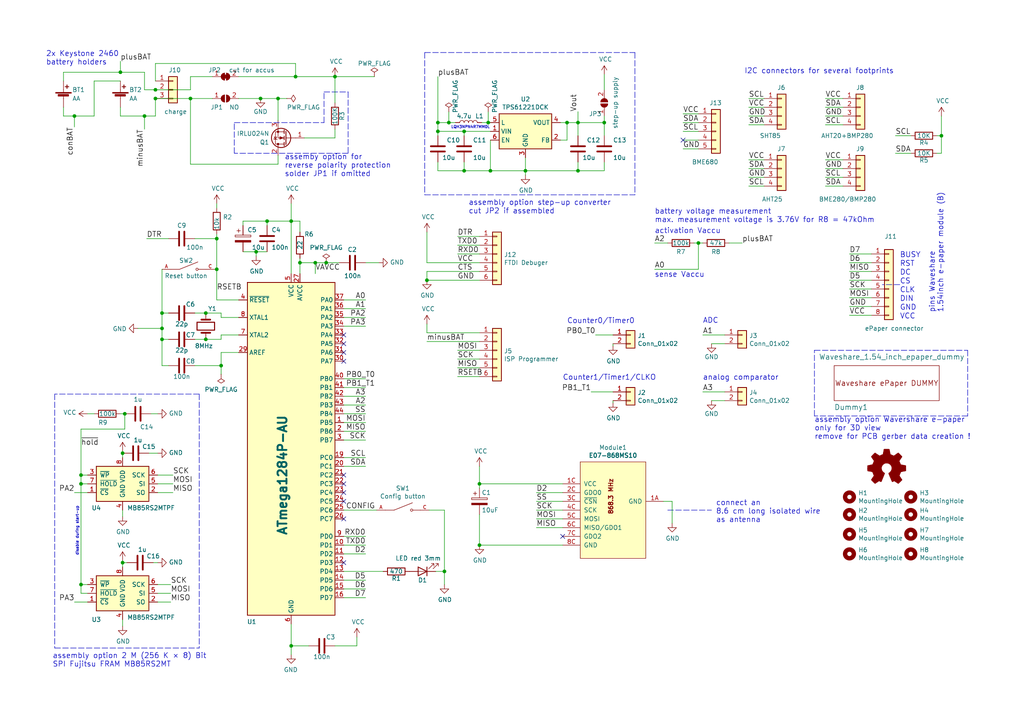
<source format=kicad_sch>
(kicad_sch (version 20211123) (generator eeschema)
  (paper "A4")
  (title_block (title "HB-UNI-SEN-BATT_ATMega1284P_FUEL4EP") (date "2023-07-16") (rev "1.2") (company "FUEL4EP") (comment 1 "Creative Commons License, non-commercial") (comment 2 "connector for Waveshare e-paper module (B) 1.54inch (J11)") (comment 3 "ATMega1284P (TQFP)  and eByte E07-868MS10 transceiver module and 2x2Mbit FRAM") (comment 4 "fork of Alexander Reinert's HB-UNI-SEN-BATT: major changes:"))
  (junction (at 164.465 35.56))
  (junction (at 23.495 140.335))
  (junction (at 86.995 76.2))
  (junction (at 80.645 28.575))
  (junction (at 77.47 64.135))
  (junction (at 142.24 49.53))
  (junction (at 128.905 165.735))
  (junction (at 84.455 64.135))
  (junction (at 34.925 20.955))
  (junction (at 91.44 76.2))
  (junction (at 35.56 163.195))
  (junction (at 139.065 140.335))
  (junction (at 46.99 98.425))
  (junction (at 59.69 90.805))
  (junction (at 23.495 169.545))
  (junction (at 59.69 98.425))
  (junction (at 202.565 70.485))
  (junction (at 62.865 69.215))
  (junction (at 139.065 158.115))
  (junction (at 127 38.1))
  (junction (at 94.615 76.2))
  (junction (at 62.865 78.105))
  (junction (at 74.295 73.025))
  (junction (at 85.725 22.225))
  (junction (at 175.26 35.56))
  (junction (at 41.91 33.655))
  (junction (at 46.99 95.25))
  (junction (at 45.085 26.035))
  (junction (at 64.135 106.045))
  (junction (at 45.085 28.575))
  (junction (at 97.155 22.225))
  (junction (at 36.195 120.015))
  (junction (at 21.59 33.655))
  (junction (at 134.62 49.53))
  (junction (at 84.455 187.325))
  (junction (at 134.62 38.1))
  (junction (at 130.175 35.56))
  (junction (at 127 35.56))
  (junction (at 55.245 28.575))
  (junction (at 46.99 90.805))
  (junction (at 152.4 49.53))
  (junction (at 35.56 131.445))
  (junction (at 273.05 39.37))
  (junction (at 23.495 137.795))
  (junction (at 167.64 49.53))
  (junction (at 141.605 35.56))
  (junction (at 75.565 28.575))
  (junction (at 123.825 81.28))
  (junction (at 167.64 35.56))
  (no_connect (at 99.695 137.795))
  (no_connect (at 99.695 150.495))
  (no_connect (at 99.695 104.775))
  (no_connect (at 99.695 163.195))
  (no_connect (at 163.195 155.575))
  (no_connect (at 99.695 145.415))
  (no_connect (at 198.12 40.64))
  (no_connect (at 99.695 97.155))
  (no_connect (at 99.695 140.335))
  (no_connect (at 99.695 142.875))
  (no_connect (at 99.695 102.235))
  (no_connect (at 99.695 99.695))
  (wire (pts (xy 25.4 142.875) (xy 21.59 142.875)))
  (wire (pts (xy 163.195 153.035) (xy 155.575 153.035)))
  (wire (pts (xy 123.825 99.06) (xy 139.065 99.06)))
  (wire (pts (xy 40.005 95.25) (xy 46.99 95.25)))
  (wire (pts (xy 69.215 28.575) (xy 75.565 28.575)))
  (wire (pts (xy 244.475 31.115) (xy 239.395 31.115)))
  (wire (pts (xy 35.56 147.955) (xy 35.56 149.86)))
  (wire (pts (xy 64.135 108.585) (xy 64.135 106.045)))
  (polyline (pts (xy 193.675 147.955) (xy 206.375 147.955)))
  (wire (pts (xy 139.065 106.68) (xy 132.715 106.68)))
  (wire (pts (xy 84.455 180.975) (xy 84.455 187.325)))
  (wire (pts (xy 45.085 28.575) (xy 45.085 33.655)))
  (wire (pts (xy 18.415 31.115) (xy 18.415 33.655)))
  (wire (pts (xy 62.865 59.055) (xy 62.865 60.325)))
  (wire (pts (xy 97.155 29.845) (xy 97.155 22.225)))
  (wire (pts (xy 80.645 45.085) (xy 80.645 47.625)))
  (wire (pts (xy 99.695 109.855) (xy 106.045 109.855)))
  (wire (pts (xy 134.62 38.1) (xy 134.62 39.37)))
  (wire (pts (xy 34.925 33.655) (xy 41.91 33.655)))
  (polyline (pts (xy 123.19 15.24) (xy 184.15 15.24)))
  (wire (pts (xy 64.135 92.075) (xy 69.215 92.075)))
  (polyline (pts (xy 260.985 82.55) (xy 255.905 82.55)))
  (wire (pts (xy 163.195 150.495) (xy 155.575 150.495)))
  (wire (pts (xy 139.065 68.58) (xy 132.715 68.58)))
  (wire (pts (xy 77.47 64.135) (xy 84.455 64.135)))
  (wire (pts (xy 86.995 74.93) (xy 86.995 76.2)))
  (wire (pts (xy 23.495 137.795) (xy 23.495 140.335)))
  (wire (pts (xy 74.295 73.025) (xy 77.47 73.025)))
  (wire (pts (xy 69.215 22.225) (xy 85.725 22.225)))
  (wire (pts (xy 139.065 96.52) (xy 123.825 96.52)))
  (wire (pts (xy 175.26 33.655) (xy 175.26 35.56)))
  (wire (pts (xy 264.16 44.45) (xy 259.715 44.45)))
  (wire (pts (xy 99.695 125.095) (xy 106.045 125.095)))
  (wire (pts (xy 123.825 76.2) (xy 123.825 67.31)))
  (wire (pts (xy 62.23 78.105) (xy 62.865 78.105)))
  (wire (pts (xy 167.64 32.385) (xy 167.64 35.56)))
  (wire (pts (xy 62.865 69.215) (xy 62.865 78.105)))
  (wire (pts (xy 84.455 59.055) (xy 84.455 64.135)))
  (wire (pts (xy 99.695 120.015) (xy 106.045 120.015)))
  (wire (pts (xy 244.475 53.975) (xy 239.395 53.975)))
  (wire (pts (xy 164.465 40.64) (xy 164.465 35.56)))
  (wire (pts (xy 123.825 96.52) (xy 123.825 93.98)))
  (wire (pts (xy 202.565 70.485) (xy 202.565 78.105)))
  (wire (pts (xy 59.69 98.425) (xy 56.515 98.425)))
  (wire (pts (xy 167.64 49.53) (xy 175.26 49.53)))
  (wire (pts (xy 45.72 174.625) (xy 49.53 174.625)))
  (wire (pts (xy 34.925 31.115) (xy 34.925 33.655)))
  (wire (pts (xy 167.64 35.56) (xy 164.465 35.56)))
  (wire (pts (xy 21.59 33.655) (xy 27.305 33.655)))
  (wire (pts (xy 45.72 142.875) (xy 50.165 142.875)))
  (wire (pts (xy 99.695 132.715) (xy 106.045 132.715)))
  (wire (pts (xy 134.62 38.1) (xy 127 38.1)))
  (wire (pts (xy 25.4 174.625) (xy 21.59 174.625)))
  (wire (pts (xy 23.495 124.46) (xy 23.495 137.795)))
  (polyline (pts (xy 100.965 44.45) (xy 67.945 44.45)))
  (wire (pts (xy 175.26 49.53) (xy 175.26 46.99)))
  (wire (pts (xy 177.8 116.84) (xy 177.8 116.205)))
  (wire (pts (xy 35.56 132.715) (xy 35.56 131.445)))
  (wire (pts (xy 134.62 49.53) (xy 142.24 49.53)))
  (wire (pts (xy 177.8 113.665) (xy 171.45 113.665)))
  (wire (pts (xy 163.195 145.415) (xy 155.575 145.415)))
  (wire (pts (xy 167.64 35.56) (xy 175.26 35.56)))
  (wire (pts (xy 35.56 131.445) (xy 35.56 130.81)))
  (wire (pts (xy 74.295 73.025) (xy 74.295 74.295)))
  (wire (pts (xy 252.73 76.2) (xy 246.38 76.2)))
  (wire (pts (xy 167.64 49.53) (xy 167.64 46.99)))
  (wire (pts (xy 18.415 33.655) (xy 21.59 33.655)))
  (wire (pts (xy 221.615 53.975) (xy 217.17 53.975)))
  (wire (pts (xy 152.4 49.53) (xy 152.4 50.8)))
  (wire (pts (xy 127 38.1) (xy 127 39.37)))
  (wire (pts (xy 163.195 142.875) (xy 155.575 142.875)))
  (wire (pts (xy 177.8 100.33) (xy 177.8 99.695)))
  (wire (pts (xy 56.515 106.045) (xy 64.135 106.045)))
  (polyline (pts (xy 100.965 26.67) (xy 100.965 44.45)))
  (wire (pts (xy 84.455 64.135) (xy 86.995 64.135)))
  (wire (pts (xy 123.825 78.74) (xy 123.825 81.28)))
  (wire (pts (xy 206.375 99.695) (xy 210.185 99.695)))
  (wire (pts (xy 64.135 98.425) (xy 59.69 98.425)))
  (wire (pts (xy 139.065 158.115) (xy 139.065 149.225)))
  (wire (pts (xy 62.865 67.945) (xy 62.865 69.215)))
  (wire (pts (xy 21.59 36.83) (xy 21.59 33.655)))
  (wire (pts (xy 141.605 35.56) (xy 139.7 35.56)))
  (wire (pts (xy 77.47 64.135) (xy 77.47 65.405)))
  (wire (pts (xy 25.4 140.335) (xy 23.495 140.335)))
  (wire (pts (xy 127 49.53) (xy 127 46.99)))
  (wire (pts (xy 46.99 78.105) (xy 46.99 90.805)))
  (wire (pts (xy 84.455 187.325) (xy 84.455 189.865)))
  (wire (pts (xy 84.455 64.135) (xy 84.455 79.375)))
  (wire (pts (xy 134.62 46.99) (xy 134.62 49.53)))
  (wire (pts (xy 27.305 23.495) (xy 27.305 33.655)))
  (wire (pts (xy 206.375 116.205) (xy 210.185 116.205)))
  (wire (pts (xy 86.995 64.135) (xy 86.995 67.31)))
  (wire (pts (xy 221.615 46.355) (xy 217.17 46.355)))
  (wire (pts (xy 46.99 95.25) (xy 46.99 98.425)))
  (wire (pts (xy 64.135 106.045) (xy 64.135 102.235)))
  (wire (pts (xy 244.475 46.355) (xy 239.395 46.355)))
  (wire (pts (xy 23.495 140.335) (xy 23.495 169.545)))
  (wire (pts (xy 45.085 18.415) (xy 85.725 18.415)))
  (wire (pts (xy 48.895 98.425) (xy 46.99 98.425)))
  (wire (pts (xy 97.155 40.005) (xy 88.265 40.005)))
  (wire (pts (xy 85.725 18.415) (xy 85.725 22.225)))
  (wire (pts (xy 244.475 51.435) (xy 239.395 51.435)))
  (wire (pts (xy 45.085 23.495) (xy 45.085 18.415)))
  (wire (pts (xy 18.415 23.495) (xy 18.415 20.955)))
  (wire (pts (xy 244.475 36.195) (xy 239.395 36.195)))
  (wire (pts (xy 99.695 158.115) (xy 106.045 158.115)))
  (polyline (pts (xy 67.945 44.45) (xy 67.945 35.56)))
  (wire (pts (xy 175.26 26.035) (xy 175.26 21.59)))
  (wire (pts (xy 141.605 35.56) (xy 141.605 32.385)))
  (wire (pts (xy 41.91 33.655) (xy 41.91 37.465)))
  (wire (pts (xy 252.73 78.74) (xy 246.38 78.74)))
  (wire (pts (xy 152.4 45.72) (xy 152.4 49.53)))
  (wire (pts (xy 35.56 179.705) (xy 35.56 181.61)))
  (wire (pts (xy 55.245 28.575) (xy 61.595 28.575)))
  (wire (pts (xy 221.615 33.655) (xy 217.17 33.655)))
  (wire (pts (xy 111.125 165.735) (xy 99.695 165.735)))
  (wire (pts (xy 134.62 49.53) (xy 127 49.53)))
  (wire (pts (xy 55.245 28.575) (xy 45.085 28.575)))
  (wire (pts (xy 56.515 69.215) (xy 62.865 69.215)))
  (wire (pts (xy 45.72 169.545) (xy 49.53 169.545)))
  (polyline (pts (xy 236.22 120.65) (xy 236.22 101.6)))
  (wire (pts (xy 35.56 163.195) (xy 35.56 164.465)))
  (wire (pts (xy 127 35.56) (xy 127 38.1)))
  (wire (pts (xy 98.425 76.2) (xy 94.615 76.2)))
  (polyline (pts (xy 236.22 101.6) (xy 280.67 101.6)))
  (wire (pts (xy 273.05 39.37) (xy 273.05 44.45)))
  (wire (pts (xy 139.065 101.6) (xy 132.715 101.6)))
  (wire (pts (xy 201.295 70.485) (xy 202.565 70.485)))
  (wire (pts (xy 126.365 165.735) (xy 128.905 165.735)))
  (wire (pts (xy 221.615 31.115) (xy 217.17 31.115)))
  (wire (pts (xy 221.615 48.895) (xy 217.17 48.895)))
  (wire (pts (xy 62.865 86.995) (xy 69.215 86.995)))
  (wire (pts (xy 202.565 35.56) (xy 198.12 35.56)))
  (wire (pts (xy 99.695 92.075) (xy 106.045 92.075)))
  (wire (pts (xy 99.695 114.935) (xy 106.045 114.935)))
  (wire (pts (xy 99.695 155.575) (xy 106.045 155.575)))
  (polyline (pts (xy 93.98 35.56) (xy 93.98 26.67)))
  (wire (pts (xy 36.195 124.46) (xy 23.495 124.46)))
  (polyline (pts (xy 15.875 114.3) (xy 15.875 187.96)))
  (wire (pts (xy 46.99 98.425) (xy 46.99 106.045)))
  (polyline (pts (xy 57.785 114.3) (xy 15.875 114.3)))
  (wire (pts (xy 99.695 127.635) (xy 106.045 127.635)))
  (wire (pts (xy 124.46 147.955) (xy 128.905 147.955)))
  (wire (pts (xy 45.72 137.795) (xy 50.165 137.795)))
  (wire (pts (xy 177.8 97.155) (xy 172.72 97.155)))
  (wire (pts (xy 70.485 64.135) (xy 70.485 65.405)))
  (wire (pts (xy 192.405 145.415) (xy 194.945 145.415)))
  (wire (pts (xy 25.4 120.015) (xy 27.305 120.015)))
  (wire (pts (xy 139.065 140.335) (xy 163.195 140.335)))
  (wire (pts (xy 48.895 69.215) (xy 42.545 69.215)))
  (wire (pts (xy 45.085 26.035) (xy 55.245 26.035)))
  (wire (pts (xy 34.925 20.955) (xy 41.91 20.955)))
  (wire (pts (xy 34.925 17.78) (xy 34.925 20.955)))
  (polyline (pts (xy 15.875 187.96) (xy 57.785 187.96)))
  (wire (pts (xy 203.835 113.665) (xy 210.185 113.665)))
  (polyline (pts (xy 184.15 15.24) (xy 184.15 56.515)))
  (wire (pts (xy 55.245 28.575) (xy 55.245 47.625)))
  (wire (pts (xy 23.495 169.545) (xy 23.495 172.085)))
  (wire (pts (xy 139.065 104.14) (xy 132.715 104.14)))
  (wire (pts (xy 59.69 90.805) (xy 56.515 90.805)))
  (wire (pts (xy 109.22 147.955) (xy 99.695 147.955)))
  (wire (pts (xy 139.065 71.12) (xy 132.715 71.12)))
  (wire (pts (xy 55.245 26.035) (xy 55.245 22.225)))
  (wire (pts (xy 103.505 187.325) (xy 103.505 184.785)))
  (wire (pts (xy 106.045 76.2) (xy 109.855 76.2)))
  (wire (pts (xy 142.24 40.64) (xy 142.24 49.53)))
  (wire (pts (xy 55.245 47.625) (xy 80.645 47.625)))
  (wire (pts (xy 77.47 64.135) (xy 70.485 64.135)))
  (wire (pts (xy 27.305 23.495) (xy 34.925 23.495)))
  (wire (pts (xy 99.695 94.615) (xy 106.045 94.615)))
  (wire (pts (xy 80.645 34.925) (xy 80.645 28.575)))
  (wire (pts (xy 130.175 35.56) (xy 127 35.56)))
  (wire (pts (xy 85.725 22.225) (xy 97.155 22.225)))
  (wire (pts (xy 99.695 86.995) (xy 106.045 86.995)))
  (polyline (pts (xy 123.19 56.515) (xy 184.15 56.515)))
  (polyline (pts (xy 123.19 15.24) (xy 123.19 56.515)))
  (polyline (pts (xy 67.945 35.56) (xy 93.98 35.56)))
  (wire (pts (xy 61.595 22.225) (xy 55.245 22.225)))
  (wire (pts (xy 244.475 48.895) (xy 239.395 48.895)))
  (wire (pts (xy 64.135 102.235) (xy 69.215 102.235)))
  (wire (pts (xy 18.415 20.955) (xy 34.925 20.955)))
  (wire (pts (xy 132.08 35.56) (xy 130.175 35.56)))
  (wire (pts (xy 211.455 70.485) (xy 215.265 70.485)))
  (wire (pts (xy 99.695 168.275) (xy 106.045 168.275)))
  (wire (pts (xy 221.615 36.195) (xy 217.17 36.195)))
  (wire (pts (xy 94.615 76.2) (xy 91.44 76.2)))
  (wire (pts (xy 97.155 37.465) (xy 97.155 40.005)))
  (wire (pts (xy 252.73 86.36) (xy 246.38 86.36)))
  (wire (pts (xy 91.44 76.2) (xy 86.995 76.2)))
  (wire (pts (xy 25.4 137.795) (xy 23.495 137.795)))
  (wire (pts (xy 221.615 51.435) (xy 217.17 51.435)))
  (wire (pts (xy 99.695 170.815) (xy 106.045 170.815)))
  (wire (pts (xy 99.695 160.655) (xy 106.045 160.655)))
  (wire (pts (xy 139.065 140.335) (xy 139.065 141.605)))
  (wire (pts (xy 36.195 120.015) (xy 36.195 124.46)))
  (wire (pts (xy 162.56 40.64) (xy 164.465 40.64)))
  (wire (pts (xy 64.135 97.155) (xy 64.135 98.425)))
  (wire (pts (xy 127 22.225) (xy 127 35.56)))
  (wire (pts (xy 163.195 147.955) (xy 155.575 147.955)))
  (wire (pts (xy 175.26 35.56) (xy 175.26 39.37)))
  (wire (pts (xy 41.91 33.655) (xy 45.085 33.655)))
  (wire (pts (xy 244.475 33.655) (xy 239.395 33.655)))
  (wire (pts (xy 273.05 44.45) (xy 271.78 44.45)))
  (wire (pts (xy 252.73 81.28) (xy 246.38 81.28)))
  (wire (pts (xy 202.565 70.485) (xy 203.835 70.485)))
  (wire (pts (xy 99.695 117.475) (xy 106.045 117.475)))
  (wire (pts (xy 202.565 43.18) (xy 198.12 43.18)))
  (wire (pts (xy 36.83 163.195) (xy 35.56 163.195)))
  (wire (pts (xy 41.91 26.035) (xy 41.91 20.955)))
  (wire (pts (xy 91.44 79.375) (xy 91.44 76.2)))
  (wire (pts (xy 99.695 135.255) (xy 106.045 135.255)))
  (wire (pts (xy 108.585 22.225) (xy 97.155 22.225)))
  (wire (pts (xy 23.495 172.085) (xy 25.4 172.085)))
  (wire (pts (xy 271.78 39.37) (xy 273.05 39.37)))
  (wire (pts (xy 45.72 140.335) (xy 50.165 140.335)))
  (wire (pts (xy 123.825 78.74) (xy 139.065 78.74)))
  (wire (pts (xy 130.175 35.56) (xy 130.175 32.385)))
  (wire (pts (xy 202.565 40.64) (xy 198.12 40.64)))
  (wire (pts (xy 163.195 158.115) (xy 139.065 158.115)))
  (wire (pts (xy 264.16 39.37) (xy 259.715 39.37)))
  (wire (pts (xy 252.73 91.44) (xy 246.38 91.44)))
  (wire (pts (xy 70.485 73.025) (xy 74.295 73.025)))
  (wire (pts (xy 167.64 35.56) (xy 167.64 39.37)))
  (wire (pts (xy 75.565 28.575) (xy 80.645 28.575)))
  (wire (pts (xy 86.995 76.2) (xy 86.995 79.375)))
  (wire (pts (xy 46.99 90.805) (xy 46.99 95.25)))
  (wire (pts (xy 202.565 38.1) (xy 198.12 38.1)))
  (wire (pts (xy 221.615 28.575) (xy 217.17 28.575)))
  (wire (pts (xy 48.895 90.805) (xy 46.99 90.805)))
  (wire (pts (xy 62.865 78.105) (xy 62.865 86.995)))
  (wire (pts (xy 202.565 78.105) (xy 189.865 78.105)))
  (wire (pts (xy 25.4 169.545) (xy 23.495 169.545)))
  (wire (pts (xy 44.45 163.195) (xy 45.72 163.195)))
  (polyline (pts (xy 280.67 101.6) (xy 280.67 120.65)))
  (wire (pts (xy 45.085 26.035) (xy 41.91 26.035)))
  (polyline (pts (xy 93.98 26.67) (xy 100.965 26.67)))
  (wire (pts (xy 252.73 88.9) (xy 246.38 88.9)))
  (wire (pts (xy 123.825 76.2) (xy 139.065 76.2)))
  (wire (pts (xy 123.825 81.28) (xy 139.065 81.28)))
  (wire (pts (xy 142.24 35.56) (xy 141.605 35.56)))
  (wire (pts (xy 252.73 73.66) (xy 246.38 73.66)))
  (wire (pts (xy 252.73 83.82) (xy 246.38 83.82)))
  (wire (pts (xy 202.565 33.02) (xy 198.12 33.02)))
  (wire (pts (xy 97.155 187.325) (xy 103.505 187.325)))
  (wire (pts (xy 193.675 70.485) (xy 189.865 70.485)))
  (wire (pts (xy 45.72 172.085) (xy 49.53 172.085)))
  (wire (pts (xy 142.24 38.1) (xy 134.62 38.1)))
  (wire (pts (xy 64.135 92.075) (xy 64.135 90.805)))
  (wire (pts (xy 273.05 33.655) (xy 273.05 39.37)))
  (wire (pts (xy 128.905 147.955) (xy 128.905 165.735)))
  (wire (pts (xy 152.4 49.53) (xy 167.64 49.53)))
  (wire (pts (xy 46.99 106.045) (xy 48.895 106.045)))
  (wire (pts (xy 99.695 173.355) (xy 106.045 173.355)))
  (wire (pts (xy 164.465 35.56) (xy 162.56 35.56)))
  (wire (pts (xy 194.945 145.415) (xy 194.945 151.765)))
  (wire (pts (xy 69.215 97.155) (xy 64.135 97.155)))
  (polyline (pts (xy 57.785 114.3) (xy 57.785 187.96)))
  (wire (pts (xy 210.185 97.155) (xy 203.835 97.155)))
  (wire (pts (xy 99.695 122.555) (xy 106.045 122.555)))
  (wire (pts (xy 142.24 49.53) (xy 152.4 49.53)))
  (wire (pts (xy 45.72 131.445) (xy 43.18 131.445)))
  (wire (pts (xy 139.065 109.22) (xy 132.715 109.22)))
  (polyline (pts (xy 280.67 120.65) (xy 236.22 120.65)))
  (wire (pts (xy 64.135 90.805) (xy 59.69 90.805)))
  (wire (pts (xy 139.065 73.66) (xy 132.715 73.66)))
  (wire (pts (xy 99.695 89.535) (xy 106.045 89.535)))
  (wire (pts (xy 34.925 120.015) (xy 36.195 120.015)))
  (wire (pts (xy 128.905 165.735) (xy 128.905 169.545)))
  (wire (pts (xy 80.645 28.575) (xy 83.185 28.575)))
  (wire (pts (xy 89.535 187.325) (xy 84.455 187.325)))
  (wire (pts (xy 35.56 162.56) (xy 35.56 163.195)))
  (wire (pts (xy 43.815 120.015) (xy 45.72 120.015)))
  (wire (pts (xy 244.475 28.575) (xy 239.395 28.575)))
  (wire (pts (xy 99.695 112.395) (xy 106.045 112.395)))
  (wire (pts (xy 139.065 135.255) (xy 139.065 140.335)))
  (text "assembly option Wavershare e-paper\nonly for 3D view\nremove for PCB gerber data creation !" (at 236.22 127.635 0) (effects (font (size 1.524 1.524)) (justify left bottom)))
  (text "pins Waveshare\n1.54inch e-paper module (B)" (at 273.685 90.805 90) (effects (font (size 1.524 1.524)) (justify left bottom)))
  (text "DC" (at 260.985 80.01 0) (effects (font (size 1.524 1.524)) (justify left bottom)))
  (text "activation Vaccu" (at 189.865 67.945 0) (effects (font (size 1.524 1.524)) (justify left bottom)))
  (text "ADC" (at 203.835 93.98 0) (effects (font (size 1.524 1.524)) (justify left bottom)))
  (text "assembly option step-up converter\ncut JP2 if assembled" (at 135.89 62.23 0) (effects (font (size 1.524 1.524)) (justify left bottom)))
  (text "RST" (at 260.985 77.47 0) (effects (font (size 1.524 1.524)) (justify left bottom)))
  (text "disable during start-up" (at 22.86 161.29 90) (effects (font (size 0.7874 0.7874)) (justify left bottom)))
  (text "Counter1/Timer1/CLKO\n" (at 163.195 110.49 0) (effects (font (size 1.524 1.524)) (justify left bottom)))
  (text "I2C connectors for several footprints\n" (at 215.9 21.59 0) (effects (font (size 1.524 1.524)) (justify left bottom)))
  (text "2x Keystone 2460\nbattery holders" (at 13.335 19.05 0) (effects (font (size 1.524 1.524)) (justify left bottom)))
  (text "CLK" (at 260.985 85.09 0) (effects (font (size 1.524 1.524)) (justify left bottom)))
  (text "connect an\n8.6 cm long isolated wire\nas antenna" (at 207.645 151.765 0) (effects (font (size 1.524 1.524)) (justify left bottom)))
  (text "DIN" (at 260.985 87.63 0) (effects (font (size 1.524 1.524)) (justify left bottom)))
  (text "battery voltage measurement\nmax. measurement voltage is 3.76V for R8 = 47kOhm" (at 189.865 64.77 0) (effects (font (size 1.524 1.524)) (justify left bottom)))
  (text "Counter0/Timer0\n\n" (at 164.465 96.52 0) (effects (font (size 1.524 1.524)) (justify left bottom)))
  (text "assemby option for\nreverse polarity protection\nsolder JP1 if omitted" (at 82.55 51.435 0) (effects (font (size 1.524 1.524)) (justify left bottom)))
  (text "sense Vaccu" (at 189.865 80.645 0) (effects (font (size 1.524 1.524)) (justify left bottom)))
  (text "BUSY" (at 260.985 74.93 0) (effects (font (size 1.524 1.524)) (justify left bottom)))
  (text "CS\n" (at 260.985 82.55 0) (effects (font (size 1.524 1.524)) (justify left bottom)))
  (text "assembly option 2 M (256 K × 8) Bit\nSPI Fujitsu FRAM MB85RS2MT" (at 15.24 193.675 0) (effects (font (size 1.524 1.524)) (justify left bottom)))
  (text "analog comparator" (at 203.835 110.49 0) (effects (font (size 1.524 1.524)) (justify left bottom)))
  (text "LQH3NPN4R7MM0L" (at 130.81 37.465 0) (effects (font (size 0.8 0.8)) (justify left bottom)))
  (text "VCC" (at 260.985 92.71 0) (effects (font (size 1.524 1.524)) (justify left bottom)))
  (text "GND" (at 260.985 90.17 0) (effects (font (size 1.524 1.524)) (justify left bottom)))
  (label "A3" (at 106.045 114.935 180) (effects (font (size 1.524 1.524))))
  (label "A0" (at 106.045 86.995 180) (effects (font (size 1.524 1.524))))
  (label "VCC" (at 239.395 28.575 0) (effects (font (size 1.524 1.524))))
  (label "PB1_T1" (at 171.45 113.665 180) (effects (font (size 1.524 1.524))))
  (label "PA3" (at 106.045 94.615 180) (effects (font (size 1.524 1.524))))
  (label "MOSI" (at 132.715 101.6 0) (effects (font (size 1.524 1.524))))
  (label "RXD0" (at 106.045 155.575 180) (effects (font (size 1.524 1.524))))
  (label "VCC" (at 217.17 46.355 0) (effects (font (size 1.524 1.524))))
  (label "D6" (at 246.38 76.2 0) (effects (font (size 1.524 1.524))))
  (label "GND" (at 217.17 51.435 0) (effects (font (size 1.524 1.524))))
  (label "PA3" (at 21.59 174.625 180) (effects (font (size 1.524 1.524))))
  (label "GND" (at 246.38 88.9 0) (effects (font (size 1.524 1.524))))
  (label "A0" (at 189.865 78.105 0) (effects (font (size 1.524 1.524))))
  (label "SCK" (at 106.045 127.635 180) (effects (font (size 1.524 1.524))))
  (label "VCC" (at 217.17 31.115 0) (effects (font (size 1.524 1.524))))
  (label "CONFIG" (at 100.33 147.955 0) (effects (font (size 1.524 1.524))))
  (label "MOSI" (at 106.045 122.555 180) (effects (font (size 1.524 1.524))))
  (label "GND" (at 239.395 33.655 0) (effects (font (size 1.524 1.524))))
  (label "SDA" (at 239.395 53.975 0) (effects (font (size 1.524 1.524))))
  (label "VCC" (at 246.38 91.44 0) (effects (font (size 1.524 1.524))))
  (label "MOSI" (at 50.165 140.335 0) (effects (font (size 1.524 1.524))))
  (label "DTR" (at 132.715 68.58 0) (effects (font (size 1.524 1.524))))
  (label "GND" (at 132.715 81.28 0) (effects (font (size 1.524 1.524))))
  (label "GND" (at 239.395 48.895 0) (effects (font (size 1.524 1.524))))
  (label "MOSI" (at 246.38 86.36 0) (effects (font (size 1.524 1.524))))
  (label "MISO" (at 132.715 106.68 0) (effects (font (size 1.524 1.524))))
  (label "D2" (at 155.575 142.875 0) (effects (font (size 1.524 1.524))))
  (label "SCK" (at 155.575 147.955 0) (effects (font (size 1.524 1.524))))
  (label "plusBAT" (at 215.265 70.485 0) (effects (font (size 1.524 1.524))))
  (label "MISO" (at 50.165 142.875 0) (effects (font (size 1.524 1.524))))
  (label "VCC" (at 132.715 76.2 0) (effects (font (size 1.524 1.524))))
  (label "PB0_T0" (at 100.33 109.855 0) (effects (font (size 1.524 1.524))))
  (label "plusBAT" (at 127 22.225 0) (effects (font (size 1.524 1.524))))
  (label "Vout" (at 167.64 32.385 90) (effects (font (size 1.524 1.524))))
  (label "SDA" (at 239.395 31.115 0) (effects (font (size 1.524 1.524))))
  (label "minusBAT" (at 123.825 99.06 0) (effects (font (size 1.524 1.524))))
  (label "SCL" (at 217.17 28.575 0) (effects (font (size 1.524 1.524))))
  (label "minusBAT" (at 41.91 37.465 270) (effects (font (size 1.524 1.524))))
  (label "D2" (at 106.045 160.655 180) (effects (font (size 1.524 1.524))))
  (label "~{hold}" (at 23.495 129.54 0) (effects (font (size 1.524 1.524))))
  (label "TXD0" (at 132.715 71.12 0) (effects (font (size 1.524 1.524))))
  (label "conBAT" (at 21.59 36.83 270) (effects (font (size 1.524 1.524))))
  (label "RXD0" (at 132.715 73.66 0) (effects (font (size 1.524 1.524))))
  (label "SCL" (at 239.395 51.435 0) (effects (font (size 1.524 1.524))))
  (label "VCC" (at 239.395 46.355 0) (effects (font (size 1.524 1.524))))
  (label "A1" (at 106.045 89.535 180) (effects (font (size 1.524 1.524))))
  (label "D6" (at 106.045 170.815 180) (effects (font (size 1.524 1.524))))
  (label "RSETB" (at 62.865 84.455 0) (effects (font (size 1.524 1.524))))
  (label "MISO" (at 49.53 174.625 0) (effects (font (size 1.524 1.524))))
  (label "D5" (at 106.045 168.275 180) (effects (font (size 1.524 1.524))))
  (label "A1" (at 203.835 97.155 0) (effects (font (size 1.524 1.524))))
  (label "MISO" (at 155.575 153.035 0) (effects (font (size 1.524 1.524))))
  (label "SCK" (at 49.53 169.545 0) (effects (font (size 1.524 1.524))))
  (label "SDA" (at 106.045 135.255 180) (effects (font (size 1.524 1.524))))
  (label "SCK" (at 50.165 137.795 0) (effects (font (size 1.524 1.524))))
  (label "plusBAT" (at 34.925 17.78 0) (effects (font (size 1.524 1.524))))
  (label "VCC" (at 198.12 33.02 0) (effects (font (size 1.524 1.524))))
  (label "SCL" (at 217.17 53.975 0) (effects (font (size 1.524 1.524))))
  (label "A3" (at 203.835 113.665 0) (effects (font (size 1.524 1.524))))
  (label "MOSI" (at 49.53 172.085 0) (effects (font (size 1.524 1.524))))
  (label "PA2" (at 21.59 142.875 180) (effects (font (size 1.524 1.524))))
  (label "SS" (at 155.575 145.415 0) (effects (font (size 1.524 1.524))))
  (label "MOSI" (at 155.575 150.495 0) (effects (font (size 1.524 1.524))))
  (label "SCL" (at 106.045 132.715 180) (effects (font (size 1.524 1.524))))
  (label "SCL" (at 198.12 38.1 0) (effects (font (size 1.524 1.524))))
  (label "A2" (at 106.045 117.475 180) (effects (font (size 1.524 1.524))))
  (label "VAVCC" (at 91.44 78.74 0) (effects (font (size 1.524 1.524))))
  (label "SS" (at 106.045 120.015 180) (effects (font (size 1.524 1.524))))
  (label "SDA" (at 217.17 36.195 0) (effects (font (size 1.524 1.524))))
  (label "PA2" (at 106.045 92.075 180) (effects (font (size 1.524 1.524))))
  (label "D7" (at 106.045 173.355 180) (effects (font (size 1.524 1.524))))
  (label "SCK" (at 246.38 83.82 0) (effects (font (size 1.524 1.524))))
  (label "SDA" (at 217.17 48.895 0) (effects (font (size 1.524 1.524))))
  (label "SCK" (at 132.715 104.14 0) (effects (font (size 1.524 1.524))))
  (label "CTS" (at 132.715 78.74 0) (effects (font (size 1.524 1.524))))
  (label "MISO" (at 106.045 125.095 180) (effects (font (size 1.524 1.524))))
  (label "PB0_T0" (at 172.72 97.155 180) (effects (font (size 1.524 1.524))))
  (label "GND" (at 198.12 43.18 0) (effects (font (size 1.524 1.524))))
  (label "GND" (at 217.17 33.655 0) (effects (font (size 1.524 1.524))))
  (label "RSETB" (at 132.715 109.22 0) (effects (font (size 1.524 1.524))))
  (label "D5" (at 246.38 81.28 0) (effects (font (size 1.524 1.524))))
  (label "SDA" (at 198.12 35.56 0) (effects (font (size 1.524 1.524))))
  (label "SCL" (at 259.715 39.37 0) (effects (font (size 1.524 1.524))))
  (label "PB1_T1" (at 100.33 112.395 0) (effects (font (size 1.524 1.524))))
  (label "A2" (at 189.865 70.485 0) (effects (font (size 1.524 1.524))))
  (label "SDA" (at 259.715 44.45 0) (effects (font (size 1.524 1.524))))
  (label "D7" (at 246.38 73.66 0) (effects (font (size 1.524 1.524))))
  (label "TXD0" (at 106.045 158.115 180) (effects (font (size 1.524 1.524))))
  (label "MISO" (at 246.38 78.74 0) (effects (font (size 1.524 1.524))))
  (label "SCL" (at 239.395 36.195 0) (effects (font (size 1.524 1.524))))
  (label "DTR" (at 42.545 69.215 0) (effects (font (size 1.524 1.524))))
  (symbol (lib_id "Device:LED") (at 122.555 165.735 180) (unit 1)
    (property "Reference" "D1" (at 122.555 168.275 0))
    (property "Value" "LED red 3mm" (at 121.285 161.925 0))
    (property "Footprint" "LED_SMD:LED_0805_2012Metric_Pad1.15x1.40mm_HandSolder" (effects hide))
    (property "Datasheet" "https://datasheet.lcsc.com/lcsc/2008201032_Foshan-NationStar-Optoelectronics-NCD0805R1_C84256.pdf" (effects hide))
    (property "TYPE" "LED_0805" (effects hide))
    (property "LCSC" "C84256" (effects hide))
  )
  (symbol (lib_id "Device:R") (at 114.935 165.735 90) (mirror x) (unit 1)
    (property "Reference" "R1" (at 114.935 167.767 90))
    (property "Value" "470" (at 114.935 165.735 90))
    (property "Footprint" "Resistor_SMD:R_0805_2012Metric_Pad1.20x1.40mm_HandSolder" (effects hide))
    (property "Datasheet" "https://datasheet.lcsc.com/lcsc/1811050105_UNI-ROYAL-Uniroyal-Elec-0805W8F4700T5E_C17710.pdf" (effects hide))
    (property "TYPE" "0805" (effects hide))
    (property "LCSC" "C17710" (effects hide))
  )
  (symbol (lib_id "power:GND") (at 75.565 28.575 0) (unit 1)
    (property "Reference" "#PWR05" (effects hide))
    (property "Value" "GND" (at 75.565 32.385 0))
  )
  (symbol (lib_id "power:GND") (at 206.375 99.695 0) (unit 1)
    (property "Reference" "#PWR011" (effects hide))
    (property "Value" "GND" (at 206.375 103.505 0))
  )
  (symbol (lib_id "power:GND") (at 206.375 116.205 0) (unit 1)
    (property "Reference" "#PWR012" (effects hide))
    (property "Value" "GND" (at 206.375 120.015 0))
  )
  (symbol (lib_id "power:PWR_FLAG") (at 108.585 22.225 0) (unit 1)
    (property "Reference" "#FLG014" (effects hide))
    (property "Value" "PWR_FLAG" (at 108.585 18.415 0))
  )
  (symbol (lib_id "Device:Battery_Cell") (at 18.415 28.575 0) (unit 1) (in_bom no)
    (property "Reference" "BT1" (at 20.955 26.035 0) (effects (justify left)))
    (property "Value" "AA" (at 20.955 28.575 0) (effects (justify left)))
    (property "Footprint" "FUEL4EP:BatteryHolder_Keystone_2460_1xAA" (effects hide))
    (property "TYPE" "0" (effects hide))
  )
  (symbol (lib_id "Device:Battery_Cell") (at 34.925 28.575 0) (unit 1) (in_bom no)
    (property "Reference" "BT2" (at 37.465 26.035 0) (effects (justify left)))
    (property "Value" "AA" (at 37.465 28.575 0) (effects (justify left)))
    (property "Footprint" "FUEL4EP:BatteryHolder_Keystone_2460_1xAA" (effects hide))
    (property "TYPE" "0" (effects hide))
  )
  (symbol (lib_id "Device:C_Polarized") (at 139.065 145.415 0) (unit 1)
    (property "Reference" "C1" (at 139.7 142.875 0) (effects (justify left)))
    (property "Value" "10uF" (at 139.7 147.955 0) (effects (justify left)))
    (property "Footprint" "Capacitor_SMD:C_1206_3216Metric_Pad1.33x1.80mm_HandSolder" (effects hide))
    (property "TYPE" "CASE-A_3216" (effects hide))
    (property "LCSC" "C7171" (effects hide))
  )
  (symbol (lib_id "Device:R") (at 267.97 39.37 270) (unit 1)
    (property "Reference" "R4" (at 267.97 41.402 90))
    (property "Value" "10K" (at 267.97 39.37 90))
    (property "Footprint" "Resistor_SMD:R_0805_2012Metric_Pad1.20x1.40mm_HandSolder" (effects hide))
    (property "Datasheet" "https://datasheet.lcsc.com/lcsc/2304140030_LIZ-Elec-CR0805J80114G_C101933.pdf" (effects hide))
    (property "TYPE" "R0805" (effects hide))
    (property "LCSC" "C101933" (effects hide))
  )
  (symbol (lib_id "Device:R") (at 267.97 44.45 270) (unit 1)
    (property "Reference" "R5" (at 267.97 46.482 90))
    (property "Value" "10K" (at 267.97 44.45 90))
    (property "Footprint" "Resistor_SMD:R_0805_2012Metric_Pad1.20x1.40mm_HandSolder" (effects hide))
    (property "Datasheet" "https://datasheet.lcsc.com/lcsc/2304140030_LIZ-Elec-CR0805J80114G_C101933.pdf" (effects hide))
    (property "TYPE" "R0805" (effects hide))
    (property "LCSC" "C101933" (effects hide))
  )
  (symbol (lib_id "Device:Q_NMOS_GDS") (at 83.185 40.005 180) (unit 1)
    (property "Reference" "Q1" (at 78.105 41.275 0) (effects (justify left)))
    (property "Value" "IRLU024N" (at 78.105 38.735 0) (effects (justify left)))
    (property "Footprint" "Package_TO_SOT_THT:TO-251-3_Vertical" (effects hide))
    (property "Datasheet" "https://datasheet.lcsc.com/lcsc/2005221837_VBsemi-Elec-IRLU024NPBF_C558184.pdf" (effects hide))
    (property "LCSC" "C558184" (effects hide))
    (property "TYPE" "TO-251" (effects hide))
  )
  (symbol (lib_id "Device:R") (at 97.155 33.655 0) (unit 1)
    (property "Reference" "R3" (at 99.187 33.655 90))
    (property "Value" "100K" (at 97.155 33.655 90))
    (property "Footprint" "Resistor_SMD:R_0805_2012Metric_Pad1.20x1.40mm_HandSolder" (effects hide))
    (property "Datasheet" "https://datasheet.lcsc.com/lcsc/2304140030_KAMAYA-RMC1-10-104JTP_C340475.pdf" (effects hide))
    (property "TYPE" "R0805" (effects hide))
    (property "LCSC" "C340475" (effects hide))
  )
  (symbol (lib_id "Jumper:SolderJumper_2_Open") (at 65.405 28.575 0) (unit 1)
    (property "Reference" "JP1" (at 62.865 31.115 0))
    (property "Value" "NO" (at 67.945 31.115 0))
    (property "Footprint" "FUEL4EP:SolderJumper-2_P1.3mm_Open_Pad1.0x1.5mm" (effects hide))
    (property "TYPE" "0" (effects hide))
  )
  (symbol (lib_id "Connector_Generic:Conn_01x02") (at 215.265 113.665 0) (unit 1)
    (property "Reference" "J4" (at 217.297 113.8682 0) (effects (justify left)))
    (property "Value" "Conn_01x02" (at 217.297 116.1796 0) (effects (justify left)))
    (property "Footprint" "Connector_PinHeader_2.54mm:PinHeader_1x02_P2.54mm_Vertical" (effects hide))
    (property "TYPE" "0" (effects hide))
  )
  (symbol (lib_id "Connector_Generic:Conn_01x02") (at 215.265 97.155 0) (unit 1)
    (property "Reference" "J3" (at 217.297 97.3582 0) (effects (justify left)))
    (property "Value" "Conn_01x02" (at 217.297 99.6696 0) (effects (justify left)))
    (property "Footprint" "Connector_PinHeader_2.54mm:PinHeader_1x02_P2.54mm_Vertical" (effects hide))
    (property "TYPE" "0" (effects hide))
  )
  (symbol (lib_id "Connector_Generic:Conn_01x03") (at 50.165 26.035 0) (unit 1)
    (property "Reference" "J10" (at 48.895 20.32 0) (effects (justify left)))
    (property "Value" "charge" (at 47.625 32.385 0) (effects (justify left)))
    (property "Footprint" "Connector_PinHeader_2.54mm:PinHeader_1x03_P2.54mm_Vertical" (effects hide))
    (property "TYPE" "0" (effects hide))
  )
  (symbol (lib_id "Connector_Generic:Conn_01x04") (at 226.695 31.115 0) (unit 1)
    (property "Reference" "J6" (at 225.425 25.4 0) (effects (justify left)))
    (property "Value" "SHT85" (at 220.345 39.37 0) (effects (justify left)))
    (property "Footprint" "Connector_PinHeader_1.27mm:PinHeader_1x04_P1.27mm_Vertical" (effects hide))
    (property "TYPE" "0" (effects hide))
  )
  (symbol (lib_id "Connector_Generic:Conn_01x04") (at 226.695 48.895 0) (unit 1)
    (property "Reference" "J7" (at 225.425 43.18 0) (effects (justify left)))
    (property "Value" "AHT25" (at 220.98 57.785 0) (effects (justify left)))
    (property "Footprint" "Connector_PinHeader_1.27mm:PinHeader_1x04_P1.27mm_Vertical" (effects hide))
    (property "TYPE" "0" (effects hide))
  )
  (symbol (lib_id "Connector_Generic:Conn_01x04") (at 249.555 31.115 0) (unit 1)
    (property "Reference" "J8" (at 248.285 25.4 0) (effects (justify left)))
    (property "Value" "AHT20+BMP280" (at 238.125 39.37 0) (effects (justify left)))
    (property "Footprint" "Connector_PinHeader_2.54mm:PinHeader_1x04_P2.54mm_Vertical" (effects hide))
    (property "TYPE" "0" (effects hide))
  )
  (symbol (lib_id "Connector_Generic:Conn_01x04") (at 249.555 48.895 0) (unit 1)
    (property "Reference" "J9" (at 248.285 43.18 0) (effects (justify left)))
    (property "Value" "BME280/BMP280" (at 237.49 57.785 0) (effects (justify left)))
    (property "Footprint" "Connector_PinHeader_2.54mm:PinHeader_1x04_P2.54mm_Vertical" (effects hide))
    (property "TYPE" "0" (effects hide))
  )
  (symbol (lib_id "Connector_Generic:Conn_01x06") (at 144.145 101.6 0) (unit 1)
    (property "Reference" "J5" (at 146.177 101.8032 0) (effects (justify left)))
    (property "Value" "ISP Programmer" (at 146.177 104.1146 0) (effects (justify left)))
    (property "Footprint" "Connector_PinHeader_2.54mm:PinHeader_1x06_P2.54mm_Vertical" (effects hide))
    (property "TYPE" "0" (effects hide))
  )
  (symbol (lib_id "Jumper:SolderJumper_2_Bridged") (at 65.405 22.225 0) (unit 1)
    (property "Reference" "JP2" (at 62.23 20.32 0))
    (property "Value" "cut for accus" (at 73.025 20.32 0))
    (property "Footprint" "Jumper:SolderJumper-2_P1.3mm_Bridged_Pad1.0x1.5mm" (effects hide))
    (property "TYPE" "0" (effects hide))
  )
  (symbol (lib_id "power:GND") (at 139.065 158.115 0) (unit 1)
    (property "Reference" "#PWR09" (effects hide))
    (property "Value" "GND" (at 139.192 162.5092 0))
  )
  (symbol (lib_id "power:VCC") (at 139.065 135.255 0) (unit 1)
    (property "Reference" "#PWR013" (effects hide))
    (property "Value" "VCC" (at 139.446 130.8608 0))
  )
  (symbol (lib_id "Mechanical:MountingHole") (at 246.38 149.225 0) (unit 1) (in_bom no)
    (property "Reference" "H2" (at 248.92 148.0566 0) (effects (justify left)))
    (property "Value" "MountingHole" (at 248.92 150.368 0) (effects (justify left)))
    (property "Footprint" "FUEL4EP:MountingHole_2.2mm_M2_Pad_Via" (effects hide))
    (property "TYPE" "0" (effects hide))
  )
  (symbol (lib_id "Mechanical:MountingHole") (at 246.38 144.145 0) (unit 1) (in_bom no)
    (property "Reference" "H1" (at 248.92 142.9766 0) (effects (justify left)))
    (property "Value" "MountingHole" (at 248.92 145.288 0) (effects (justify left)))
    (property "Footprint" "FUEL4EP:MountingHole_2.2mm_M2_Pad_Via" (effects hide))
    (property "TYPE" "0" (effects hide))
  )
  (symbol (lib_id "power:GND") (at 194.945 151.765 0) (unit 1)
    (property "Reference" "#PWR01" (effects hide))
    (property "Value" "GND" (at 195.072 156.1592 0))
  )
  (symbol (lib_id "Graphic:Logo_Open_Hardware_Small") (at 257.175 135.89 0) (unit 1)
    (property "Reference" "LOGO1" (effects hide))
    (property "Value" "Logo_Open_Hardware_Small" (effects hide))
    (property "Footprint" "FUEL4EP:CC-BY-ND-SA" (effects hide))
    (property "TYPE" "0" (effects hide))
  )
  (symbol (lib_id "FUEL4EP:E07-868MS10") (at 168.275 161.925 0) (unit 1) (in_bom no)
    (property "Reference" "Module1" (at 177.8 129.794 0))
    (property "Value" "E07-868MS10" (at 177.8 132.1054 0) (effects (font bold)))
    (property "Footprint" "FUEL4EP:eByte_E07-868MS10" (effects hide))
    (property "Datasheet" "https://www.ti.com/lit/ds/symlink/cc1101.pdf" (effects hide))
    (property "TYPE" "0" (effects hide))
  )
  (symbol (lib_id "Mechanical:MountingHole") (at 264.16 144.145 0) (unit 1) (in_bom no)
    (property "Reference" "H3" (at 266.7 142.9766 0) (effects (justify left)))
    (property "Value" "MountingHole" (at 266.7 145.288 0) (effects (justify left)))
    (property "Footprint" "FUEL4EP:MountingHole_2.2mm_M2_Pad_Via" (effects hide))
    (property "TYPE" "0" (effects hide))
  )
  (symbol (lib_id "FUEL4EP:Conn_01x08") (at 257.81 81.28 0) (unit 1) (in_bom no)
    (property "Reference" "J11" (at 256.54 68.58 0) (effects (justify left)))
    (property "Value" "ePaper connector" (at 250.825 95.25 0) (effects (justify left)))
    (property "Footprint" "FUEL4EP:PinPads_1x08_P2.00mm_Vertical" (effects hide))
    (property "TYPE" "0" (effects hide))
  )
  (symbol (lib_id "Mechanical:MountingHole") (at 264.16 149.225 0) (unit 1) (in_bom no)
    (property "Reference" "H4" (at 266.7 148.0566 0) (effects (justify left)))
    (property "Value" "MountingHole" (at 266.7 150.368 0) (effects (justify left)))
    (property "Footprint" "FUEL4EP:MountingHole_2.2mm_M2_Pad_Via" (effects hide))
    (property "TYPE" "0" (effects hide))
  )
  (symbol (lib_id "MCU_Microchip_ATmega:ATmega1284P-A") (at 84.455 130.175 0) (unit 1)
    (property "Reference" "U1" (at 73.025 180.34 0))
    (property "Value" "ATmega1284P-AU" (at 81.915 137.795 90) (effects (font (size 2.54 2.54) bold)))
    (property "Footprint" "Package_QFP:TQFP-44_10x10mm_P0.8mm" (effects hide))
    (property "Datasheet" "http://ww1.microchip.com/downloads/en/DeviceDoc/Atmel-8272-8-bit-AVR-microcontroller-ATmega164A_PA-324A_PA-644A_PA-1284_P_datasheet.pdf" (effects hide))
    (property "TYPE" "TQFP-44_10.0x10.0x0.8P" (effects hide))
    (property "LCSC" "C33575" (effects hide))
  )
  (symbol (lib_id "power:PWR_FLAG") (at 64.135 108.585 180) (unit 1)
    (property "Reference" "#FLG0102" (effects hide))
    (property "Value" "PWR_FLAG" (at 64.135 112.9792 0))
  )
  (symbol (lib_id "FUEL4EP:TS-1187A-B-A-B") (at 54.61 78.105 0) (unit 1)
    (property "Reference" "SW2" (at 53.975 75.565 0))
    (property "Value" "Reset button" (at 53.975 80.01 0))
    (property "Footprint" "FUEL4EP:SW_TS-1187A-B-A-B" (effects hide))
    (property "Datasheet" "https://datasheet.lcsc.com/lcsc/2002271431_XKB-Connectivity-TS-1187A-B-A-B_C318884.pdf" (effects hide))
    (property "PARTREV" "A0" (effects hide))
    (property "MANUFACTURER" "XKB Industrial Precision" (effects hide))
    (property "MAXIMUM_PACKAGE_HEIGHT" "1.5mm" (effects hide))
    (property "STANDARD" "Manufacturer Recommendations" (effects hide))
    (property "TYPE" "SMD-SW-4_5.1x5.1x1.5" (effects hide))
    (property "LCSC" "C318884" (effects hide))
  )
  (symbol (lib_id "FUEL4EP:TS-1187A-B-A-B") (at 116.84 147.955 0) (unit 1)
    (property "Reference" "SW1" (at 116.84 141.6304 0))
    (property "Value" "Config button" (at 116.84 143.9418 0))
    (property "Footprint" "FUEL4EP:SW_TS-1187A-B-A-B" (effects hide))
    (property "Datasheet" "https://datasheet.lcsc.com/lcsc/2002271431_XKB-Connectivity-TS-1187A-B-A-B_C318884.pdf" (effects hide))
    (property "PARTREV" "A0" (effects hide))
    (property "MANUFACTURER" "XKB Industrial Precision" (effects hide))
    (property "MAXIMUM_PACKAGE_HEIGHT" "1.5mm" (effects hide))
    (property "STANDARD" "Manufacturer Recommendations" (effects hide))
    (property "TYPE" "SMD-SW-4_5.1x5.1x1.5" (effects hide))
    (property "LCSC" "C318884" (effects hide))
  )
  (symbol (lib_id "FUEL4EP:Waveshare_1.54_inch_epaper_dummy") (at 241.935 106.045 0) (unit 1)
    (property "Reference" "Dummy1" (at 241.935 118.11 0) (effects (font (size 1.524 1.524)) (justify left)))
    (property "Value" "Waveshare_1.54_inch_epaper_dummy" (at 237.49 103.505 0) (effects (font (size 1.524 1.524)) (justify left)))
    (property "Footprint" "FUEL4EP:Waveshare_ePaper_module" (effects hide))
    (property "Datasheet" "https://www.waveshare.com/product/1.54inch-e-paper-module.htm" (effects hide))
    (property "TYPE" "0" (effects hide))
  )
  (symbol (lib_id "power:VCC") (at 123.825 93.98 0) (unit 1)
    (property "Reference" "#PWR0103" (effects hide))
    (property "Value" "VCC" (at 124.206 89.5858 0))
  )
  (symbol (lib_id "Device:R") (at 197.485 70.485 270) (unit 1)
    (property "Reference" "R7" (at 197.485 73.025 90))
    (property "Value" "100k" (at 197.485 70.485 90))
    (property "Footprint" "Resistor_SMD:R_0805_2012Metric_Pad1.20x1.40mm_HandSolder" (effects hide))
    (property "Datasheet" "https://datasheet.lcsc.com/lcsc/2304140030_KAMAYA-RMC1-10-104JTP_C340475.pdf" (effects hide))
    (property "TYPE" "R0805" (effects hide))
    (property "LCSC" "C340475" (effects hide))
  )
  (symbol (lib_id "Device:R") (at 207.645 70.485 270) (unit 1)
    (property "Reference" "R8" (at 207.645 73.025 90))
    (property "Value" "47k" (at 207.645 70.485 90))
    (property "Footprint" "Resistor_SMD:R_0805_2012Metric_Pad1.20x1.40mm_HandSolder" (effects hide))
    (property "Datasheet" "https://datasheet.lcsc.com/lcsc/1809281715_UNI-ROYAL-Uniroyal-Elec-0805W8F4702T5E_C17713.pdf" (effects hide))
    (property "TYPE" "0805" (effects hide))
    (property "LCSC" "C17713" (effects hide))
  )
  (symbol (lib_id "Device:R") (at 86.995 71.12 0) (unit 1)
    (property "Reference" "R6" (at 88.265 67.945 0) (effects (justify left)))
    (property "Value" "22" (at 86.995 72.39 90) (effects (justify left)))
    (property "Footprint" "Resistor_SMD:R_0805_2012Metric_Pad1.20x1.40mm_HandSolder" (effects hide))
    (property "Datasheet" "https://datasheet.lcsc.com/lcsc/1810291812_UNI-ROYAL-Uniroyal-Elec-0603WAF220JT5E_C23345.pdf" (effects hide))
    (property "TYPE" "0603" (effects hide))
    (property "LCSC" "C23345" (effects hide))
  )
  (symbol (lib_id "Connector_Generic:Conn_01x02") (at 182.88 97.155 0) (unit 1) (in_bom no)
    (property "Reference" "J1" (at 184.912 97.3582 0) (effects (justify left)))
    (property "Value" "Conn_01x02" (at 184.912 99.6696 0) (effects (justify left)))
    (property "Footprint" "Connector_PinHeader_2.54mm:PinHeader_1x02_P2.54mm_Vertical" (effects hide))
    (property "TYPE" "0" (effects hide))
  )
  (symbol (lib_id "Connector_Generic:Conn_01x02") (at 182.88 113.665 0) (unit 1) (in_bom no)
    (property "Reference" "J2" (at 184.912 113.8682 0) (effects (justify left)))
    (property "Value" "Conn_01x02" (at 184.912 116.1796 0) (effects (justify left)))
    (property "Footprint" "Connector_PinHeader_2.54mm:PinHeader_1x02_P2.54mm_Vertical" (effects hide))
    (property "TYPE" "0" (effects hide))
  )
  (symbol (lib_id "power:VCC") (at 97.155 22.225 0) (unit 1)
    (property "Reference" "#PWR0104" (effects hide))
    (property "Value" "VCC" (at 97.536 17.8308 0))
  )
  (symbol (lib_id "Device:R") (at 62.865 64.135 0) (unit 1)
    (property "Reference" "R2" (at 64.643 62.9666 0) (effects (justify left)))
    (property "Value" "10k" (at 62.865 66.675 90) (effects (justify left)))
    (property "Footprint" "Resistor_SMD:R_0805_2012Metric_Pad1.20x1.40mm_HandSolder" (effects hide))
    (property "Datasheet" "https://datasheet.lcsc.com/lcsc/2304140030_LIZ-Elec-CR0805J80114G_C101933.pdf" (effects hide))
    (property "TYPE" "0805" (effects hide))
    (property "LCSC" "C101933" (effects hide))
  )
  (symbol (lib_id "power:GND") (at 177.8 100.33 0) (unit 1)
    (property "Reference" "#PWR0113" (effects hide))
    (property "Value" "GND" (at 177.927 104.7242 0))
  )
  (symbol (lib_id "power:GND") (at 177.8 116.84 0) (unit 1)
    (property "Reference" "#PWR0114" (effects hide))
    (property "Value" "GND" (at 177.927 121.2342 0))
  )
  (symbol (lib_id "power:VCC") (at 62.865 59.055 0) (unit 1)
    (property "Reference" "#PWR0109" (effects hide))
    (property "Value" "VCC" (at 63.246 54.6608 0))
  )
  (symbol (lib_id "power:GND") (at 109.855 76.2 90) (unit 1)
    (property "Reference" "#PWR02" (effects hide))
    (property "Value" "GND" (at 113.1062 76.073 90) (effects (justify right)))
  )
  (symbol (lib_id "Mechanical:MountingHole") (at 246.38 154.94 0) (unit 1) (in_bom no)
    (property "Reference" "H5" (at 248.92 153.7716 0) (effects (justify left)))
    (property "Value" "MountingHole" (at 248.92 156.083 0) (effects (justify left)))
    (property "Footprint" "FUEL4EP:ePaper_MountingHole_M5" (effects hide))
    (property "TYPE" "0" (effects hide))
  )
  (symbol (lib_id "Mechanical:MountingHole") (at 264.16 154.94 0) (unit 1) (in_bom no)
    (property "Reference" "H7" (at 266.7 153.7716 0) (effects (justify left)))
    (property "Value" "MountingHole" (at 266.7 156.083 0) (effects (justify left)))
    (property "Footprint" "FUEL4EP:ePaper_MountingHole_M5" (effects hide))
    (property "TYPE" "0" (effects hide))
  )
  (symbol (lib_id "Mechanical:MountingHole") (at 246.38 160.655 0) (unit 1) (in_bom no)
    (property "Reference" "H6" (at 248.92 159.4866 0) (effects (justify left)))
    (property "Value" "MountingHole" (at 248.92 161.798 0) (effects (justify left)))
    (property "Footprint" "FUEL4EP:ePaper_MountingHole_M5" (effects hide))
    (property "TYPE" "0" (effects hide))
  )
  (symbol (lib_id "Mechanical:MountingHole") (at 264.16 160.655 0) (unit 1) (in_bom no)
    (property "Reference" "H8" (at 266.7 159.4866 0) (effects (justify left)))
    (property "Value" "MountingHole" (at 266.7 161.798 0) (effects (justify left)))
    (property "Footprint" "FUEL4EP:ePaper_MountingHole_M5" (effects hide))
    (property "TYPE" "0" (effects hide))
  )
  (symbol (lib_id "power:GND") (at 74.295 74.295 0) (unit 1)
    (property "Reference" "#PWR0110" (effects hide))
    (property "Value" "GND" (at 74.422 78.6892 0))
  )
  (symbol (lib_id "power:GND") (at 84.455 189.865 0) (mirror y) (unit 1)
    (property "Reference" "#PWR014" (effects hide))
    (property "Value" "GND" (at 84.328 194.2592 0))
  )
  (symbol (lib_id "Connector_Generic:Conn_01x06") (at 144.145 73.66 0) (unit 1)
    (property "Reference" "J12" (at 146.177 73.8632 0) (effects (justify left)))
    (property "Value" "FTDI Debuger" (at 146.177 76.1746 0) (effects (justify left)))
    (property "Footprint" "Connector_PinHeader_2.54mm:PinHeader_1x06_P2.54mm_Vertical" (effects hide))
    (property "TYPE" "0" (effects hide))
  )
  (symbol (lib_id "power:PWR_FLAG") (at 83.185 28.575 270) (unit 1)
    (property "Reference" "#FLG0101" (effects hide))
    (property "Value" "PWR_FLAG" (at 83.185 31.115 90) (effects (justify left)))
  )
  (symbol (lib_id "power:PWR_FLAG") (at 94.615 76.2 0) (unit 1)
    (property "Reference" "#FLG0103" (effects hide))
    (property "Value" "PWR_FLAG" (at 94.615 71.8058 0))
  )
  (symbol (lib_id "power:VCC") (at 123.825 67.31 0) (unit 1)
    (property "Reference" "#PWR0111" (effects hide))
    (property "Value" "VCC" (at 124.206 62.9158 0))
  )
  (symbol (lib_id "power:GND") (at 123.825 81.28 0) (unit 1)
    (property "Reference" "#PWR0112" (effects hide))
    (property "Value" "GND" (at 123.952 85.6742 0))
  )
  (symbol (lib_id "Device:C") (at 52.705 69.215 270) (unit 1)
    (property "Reference" "C9" (at 52.705 65.405 90))
    (property "Value" "100n" (at 56.515 71.755 90))
    (property "Footprint" "Capacitor_SMD:C_0805_2012Metric" (effects hide))
    (property "Datasheet" "https://datasheet.lcsc.com/lcsc/1810191216_Samsung-Electro-Mechanics-CL21B104KCFNNNE_C28233.pdf" (effects hide))
    (property "TYPE" "0805" (effects hide))
    (property "LCSC" "C28233" (effects hide))
  )
  (symbol (lib_id "power:GND") (at 128.905 169.545 0) (unit 1)
    (property "Reference" "#PWR0101" (effects hide))
    (property "Value" "GND" (at 129.032 173.9392 0))
  )
  (symbol (lib_id "Regulator_Switching:TPS61221DCK") (at 152.4 38.1 0) (unit 1)
    (property "Reference" "U2" (at 152.4 28.7782 0))
    (property "Value" "TPS61221DCK" (at 152.4 31.0896 0))
    (property "Footprint" "Package_TO_SOT_SMD:Texas_R-PDSO-G6" (effects hide))
    (property "Datasheet" "http://www.ti.com/lit/ds/symlink/tps61220.pdf" (effects hide))
    (property "LCSC" "C37055" (effects hide))
    (property "TYPE" "SOT-363" (effects hide))
  )
  (symbol (lib_id "Device:C") (at 127 43.18 0) (unit 1)
    (property "Reference" "C10" (at 129.54 40.64 0) (effects (justify left)))
    (property "Value" "10u" (at 128.27 45.72 0) (effects (justify left)))
    (property "Footprint" "Capacitor_SMD:C_0805_2012Metric" (effects hide))
    (property "Datasheet" "https://datasheet.lcsc.com/lcsc/1811121310_Samsung-Electro-Mechanics-CL21A106KAYNNNE_C15850.pdf" (effects hide))
    (property "TYPE" "0805" (effects hide))
    (property "LCSC" "C15850" (effects hide))
  )
  (symbol (lib_id "Device:C") (at 134.62 43.18 0) (unit 1)
    (property "Reference" "C11" (at 137.16 40.64 0) (effects (justify left)))
    (property "Value" "10u" (at 137.16 45.72 0) (effects (justify left)))
    (property "Footprint" "Capacitor_SMD:C_0805_2012Metric" (effects hide))
    (property "Datasheet" "https://datasheet.lcsc.com/lcsc/1811121310_Samsung-Electro-Mechanics-CL21A106KAYNNNE_C15850.pdf" (effects hide))
    (property "TYPE" "0805" (effects hide))
    (property "LCSC" "C15850" (effects hide))
  )
  (symbol (lib_id "Device:C") (at 167.64 43.18 0) (unit 1)
    (property "Reference" "C12" (at 170.18 40.64 0) (effects (justify left)))
    (property "Value" "10u" (at 168.91 45.72 0) (effects (justify left)))
    (property "Footprint" "Capacitor_SMD:C_0805_2012Metric" (effects hide))
    (property "Datasheet" "https://datasheet.lcsc.com/lcsc/1811121310_Samsung-Electro-Mechanics-CL21A106KAYNNNE_C15850.pdf" (effects hide))
    (property "TYPE" "0805" (effects hide))
    (property "LCSC" "C15850" (effects hide))
  )
  (symbol (lib_id "Device:C") (at 175.26 43.18 0) (unit 1)
    (property "Reference" "C13" (at 177.8 40.64 0) (effects (justify left)))
    (property "Value" "10u" (at 177.8 45.72 0) (effects (justify left)))
    (property "Footprint" "Capacitor_SMD:C_0805_2012Metric" (effects hide))
    (property "Datasheet" "https://datasheet.lcsc.com/lcsc/1811121310_Samsung-Electro-Mechanics-CL21A106KAYNNNE_C15850.pdf" (effects hide))
    (property "TYPE" "0805" (effects hide))
    (property "LCSC" "C15850" (effects hide))
  )
  (symbol (lib_id "Device:L") (at 135.89 35.56 90) (unit 1)
    (property "Reference" "L1" (at 139.065 33.655 90))
    (property "Value" "4.7u" (at 134.62 33.655 90))
    (property "Footprint" "FUEL4EP:FUEL4EP_Inductor_SMD_1" (effects hide))
    (property "Datasheet" "https://datasheet.lcsc.com/lcsc/1810221721_Murata-Electronics-LQH3NPN4R7MM0L_C86077.pdf" (effects hide))
    (property "TYPE" "0" (effects hide))
    (property "LCSC" "C86077" (effects hide))
    (property "Manufacturer" "Murata Electronics" (effects hide))
    (property "Productname" "LQH3NPN4R7MM0L" (effects hide))
  )
  (symbol (lib_id "Device:C") (at 102.235 76.2 270) (unit 1)
    (property "Reference" "C2" (at 103.505 72.39 90) (effects (justify right)))
    (property "Value" "100n" (at 104.775 80.01 90) (effects (justify right)))
    (property "Footprint" "Capacitor_SMD:C_0805_2012Metric" (effects hide))
    (property "Datasheet" "https://datasheet.lcsc.com/lcsc/1810191216_Samsung-Electro-Mechanics-CL21B104KCFNNNE_C28233.pdf" (effects hide))
    (property "TYPE" "0805" (effects hide))
    (property "LCSC" "C28233" (effects hide))
  )
  (symbol (lib_id "Device:C") (at 77.47 69.215 0) (unit 1)
    (property "Reference" "C4" (at 78.74 66.675 0) (effects (justify left)))
    (property "Value" "100n" (at 78.74 71.755 0) (effects (justify left)))
    (property "Footprint" "Capacitor_SMD:C_0805_2012Metric" (effects hide))
    (property "Datasheet" "https://datasheet.lcsc.com/lcsc/1810191216_Samsung-Electro-Mechanics-CL21B104KCFNNNE_C28233.pdf" (effects hide))
    (property "TYPE" "0805" (effects hide))
    (property "LCSC" "C28233" (effects hide))
  )
  (symbol (lib_id "Device:C_Polarized") (at 70.485 69.215 0) (unit 1)
    (property "Reference" "C5" (at 71.755 66.675 0) (effects (justify left)))
    (property "Value" "10u" (at 73.025 71.755 0) (effects (justify left)))
    (property "Footprint" "Capacitor_SMD:C_1206_3216Metric_Pad1.33x1.80mm_HandSolder" (effects hide))
    (property "TYPE" "CASE-A_3216" (effects hide))
    (property "LCSC" "C7171" (effects hide))
  )
  (symbol (lib_id "Device:C") (at 93.345 187.325 270) (unit 1)
    (property "Reference" "C3" (at 95.885 184.785 90))
    (property "Value" "100n" (at 93.345 190.5 90))
    (property "Footprint" "Capacitor_SMD:C_0805_2012Metric" (effects hide))
    (property "Datasheet" "https://datasheet.lcsc.com/lcsc/1810191216_Samsung-Electro-Mechanics-CL21B104KCFNNNE_C28233.pdf" (effects hide))
    (property "TYPE" "0805" (effects hide))
    (property "LCSC" "C28233" (effects hide))
  )
  (symbol (lib_id "power:VCC") (at 84.455 59.055 0) (unit 1)
    (property "Reference" "#PWR0102" (effects hide))
    (property "Value" "VCC" (at 84.836 54.6608 0))
  )
  (symbol (lib_id "power:VCC") (at 103.505 184.785 0) (unit 1)
    (property "Reference" "#PWR0106" (effects hide))
    (property "Value" "VCC" (at 103.886 180.3908 0))
  )
  (symbol (lib_id "power:VCC") (at 175.26 21.59 0) (unit 1)
    (property "Reference" "#PWR04" (effects hide))
    (property "Value" "VCC" (at 175.641 17.1958 0))
  )
  (symbol (lib_id "Device:Crystal") (at 59.69 94.615 270) (unit 1)
    (property "Reference" "Y1" (at 60.325 89.535 90) (effects (justify left)))
    (property "Value" "8MHz" (at 56.515 100.33 90) (effects (justify left)))
    (property "Footprint" "FUEL4EP:Crystal_SMD_5032-2Pin_5.0x3.2mm_HandSoldering" (effects hide))
    (property "Datasheet" "https://datasheet.lcsc.com/lcsc/2103291135_Yangxing-Tech-X50328MSB2GI_C115962.pdf" (effects hide))
    (property "TYPE" "SMD-5032_2P" (effects hide))
    (property "LCSC" "C115962" (effects hide))
  )
  (symbol (lib_id "Device:C") (at 52.705 90.805 270) (unit 1)
    (property "Reference" "C6" (at 55.245 88.265 90))
    (property "Value" "22p" (at 52.705 93.98 90))
    (property "Footprint" "Capacitor_SMD:C_0805_2012Metric" (effects hide))
    (property "Datasheet" "https://datasheet.lcsc.com/lcsc/1810271113_Samsung-Electro-Mechanics-CL21C220JBANNNC_C1804.pdf" (effects hide))
    (property "TYPE" "0805" (effects hide))
    (property "LCSC" "C1804" (effects hide))
  )
  (symbol (lib_id "Device:C") (at 52.705 98.425 270) (unit 1)
    (property "Reference" "C7" (at 55.245 97.155 90))
    (property "Value" "22p" (at 52.705 101.6 90))
    (property "Footprint" "Capacitor_SMD:C_0805_2012Metric" (effects hide))
    (property "Datasheet" "https://datasheet.lcsc.com/lcsc/1810271113_Samsung-Electro-Mechanics-CL21C220JBANNNC_C1804.pdf" (effects hide))
    (property "TYPE" "0805" (effects hide))
    (property "LCSC" "C1804" (effects hide))
  )
  (symbol (lib_id "FUEL4EP:MB85RS2MTPF-G-JNERE2") (at 27.94 135.255 0) (unit 1)
    (property "Reference" "U4" (at 27.94 147.32 0))
    (property "Value" "MB85RS2MTPF" (at 43.815 147.32 0))
    (property "Footprint" "FUEL4EP:SOP-8_5.28x5.23mm_P1.27mm" (effects hide))
    (property "Datasheet" "https://www.fujitsu.com/us/Images/MB85RS2MT-DS501-00023-1v0-E.pdf" (effects hide))
    (property "TYPE" "SOP-8_5.2x5.3x1.27P" (effects hide))
    (property "LCSC" "C126734" (effects hide))
  )
  (symbol (lib_id "FUEL4EP:MB85RS2MTPF-G-JNERE2") (at 27.94 167.005 0) (unit 1)
    (property "Reference" "U3" (at 27.94 179.705 0))
    (property "Value" "MB85RS2MTPF" (at 43.815 179.07 0))
    (property "Footprint" "FUEL4EP:SOP-8_5.28x5.23mm_P1.27mm" (effects hide))
    (property "Datasheet" "https://www.fujitsu.com/us/Images/MB85RS2MT-DS501-00023-1v0-E.pdf" (effects hide))
    (property "TYPE" "SOP-8_5.2x5.3x1.27P" (effects hide))
    (property "LCSC" "C126734" (effects hide))
  )
  (symbol (lib_id "power:GND") (at 40.005 95.25 270) (unit 1)
    (property "Reference" "#PWR0107" (effects hide))
    (property "Value" "GND" (at 36.7538 95.377 90) (effects (justify right)))
  )
  (symbol (lib_id "Device:C") (at 52.705 106.045 270) (unit 1)
    (property "Reference" "C8" (at 55.245 104.775 90))
    (property "Value" "100n" (at 52.705 109.22 90))
    (property "Footprint" "Capacitor_SMD:C_0805_2012Metric" (effects hide))
    (property "Datasheet" "https://datasheet.lcsc.com/lcsc/1810191216_Samsung-Electro-Mechanics-CL21B104KCFNNNE_C28233.pdf" (effects hide))
    (property "TYPE" "0805" (effects hide))
    (property "LCSC" "C28233" (effects hide))
  )
  (symbol (lib_id "power:GND") (at 152.4 50.8 0) (unit 1)
    (property "Reference" "#PWR0108" (effects hide))
    (property "Value" "GND" (at 152.527 55.1942 0))
  )
  (symbol (lib_id "Device:R") (at 31.115 120.015 270) (unit 1)
    (property "Reference" "R9" (at 29.845 122.555 90))
    (property "Value" "100k" (at 31.115 120.015 90))
    (property "Footprint" "Resistor_SMD:R_0805_2012Metric_Pad1.20x1.40mm_HandSolder" (effects hide))
    (property "Datasheet" "https://datasheet.lcsc.com/lcsc/2304140030_KAMAYA-RMC1-10-104JTP_C340475.pdf" (effects hide))
    (property "TYPE" "R0805" (effects hide))
    (property "LCSC" "C340475" (effects hide))
  )
  (symbol (lib_id "Device:C") (at 40.005 120.015 90) (unit 1)
    (property "Reference" "C14" (at 42.545 123.825 90))
    (property "Value" "1u" (at 40.005 115.8494 90))
    (property "Footprint" "Capacitor_SMD:C_0805_2012Metric" (effects hide))
    (property "Datasheet" "https://datasheet.lcsc.com/lcsc/1810191216_Samsung-Electro-Mechanics-CL21B105KBFNNNE_C28323.pdf" (effects hide))
    (property "TYPE" "0805" (effects hide))
    (property "LCSC" "C15849" (effects hide))
  )
  (symbol (lib_id "power:GND") (at 45.72 120.015 90) (unit 1)
    (property "Reference" "#PWR016" (effects hide))
    (property "Value" "GND" (at 48.9712 119.888 90) (effects (justify right)))
  )
  (symbol (lib_id "power:VCC") (at 25.4 120.015 90) (unit 1)
    (property "Reference" "#PWR015" (effects hide))
    (property "Value" "VCC" (at 22.1742 119.634 90) (effects (justify left)))
  )
  (symbol (lib_id "power:GND") (at 35.56 149.86 0) (unit 1)
    (property "Reference" "#PWR010" (effects hide))
    (property "Value" "GND" (at 35.687 154.2542 0))
  )
  (symbol (lib_id "power:GND") (at 35.56 181.61 0) (unit 1)
    (property "Reference" "#PWR07" (effects hide))
    (property "Value" "GND" (at 35.687 186.0042 0))
  )
  (symbol (lib_id "power:VCC") (at 35.56 130.81 0) (unit 1)
    (property "Reference" "#PWR08" (effects hide))
    (property "Value" "VCC" (at 35.941 126.4158 0))
  )
  (symbol (lib_id "power:VCC") (at 35.56 162.56 0) (unit 1)
    (property "Reference" "#PWR06" (effects hide))
    (property "Value" "VCC" (at 35.941 158.1658 0))
  )
  (symbol (lib_id "Device:C") (at 39.37 131.445 90) (unit 1)
    (property "Reference" "C15" (at 43.18 129.54 90))
    (property "Value" "1u" (at 40.005 127.635 90))
    (property "Footprint" "Capacitor_SMD:C_0805_2012Metric" (effects hide))
    (property "Datasheet" "https://datasheet.lcsc.com/lcsc/1810191216_Samsung-Electro-Mechanics-CL21B105KBFNNNE_C28323.pdf" (effects hide))
    (property "TYPE" "0805" (effects hide))
    (property "LCSC" "C15849" (effects hide))
  )
  (symbol (lib_id "power:GND") (at 45.72 131.445 90) (unit 1)
    (property "Reference" "#PWR017" (effects hide))
    (property "Value" "GND" (at 48.9712 131.318 90) (effects (justify right)))
  )
  (symbol (lib_id "power:PWR_FLAG") (at 130.175 32.385 0) (unit 1)
    (property "Reference" "#FLG0104" (effects hide))
    (property "Value" "PWR_FLAG" (at 132.08 27.94 90))
  )
  (symbol (lib_id "power:PWR_FLAG") (at 141.605 32.385 0) (unit 1)
    (property "Reference" "#FLG0105" (effects hide))
    (property "Value" "PWR_FLAG" (at 143.51 27.94 90))
  )
  (symbol (lib_id "Jumper:SolderJumper_2_Open") (at 175.26 29.845 90) (unit 1)
    (property "Reference" "JP3" (at 170.815 33.02 90) (effects (justify right)))
    (property "Value" "step-up supply" (at 178.435 22.225 0) (effects (justify right)))
    (property "Footprint" "Jumper:SolderJumper-2_P1.3mm_Open_Pad1.0x1.5mm" (effects hide))
    (property "TYPE" "0" (effects hide))
  )
  (symbol (lib_id "power:VCC") (at 273.05 33.655 0) (unit 1)
    (property "Reference" "#PWR0105" (effects hide))
    (property "Value" "VCC" (at 273.431 29.2608 0))
  )
  (symbol (lib_id "Connector_Generic:Conn_01x05") (at 207.645 38.1 0) (unit 1)
    (property "Reference" "J13" (at 205.74 29.845 0) (effects (justify left)))
    (property "Value" "BME680" (at 200.66 46.99 0) (effects (justify left)))
    (property "Footprint" "Connector_PinHeader_2.54mm:PinHeader_1x05_P2.54mm_Vertical" (effects hide))
    (property "TYPE" "0" (effects hide))
  )
  (symbol (lib_id "Device:C") (at 40.64 163.195 90) (unit 1)
    (property "Reference" "C16" (at 44.45 161.29 90))
    (property "Value" "1u" (at 41.275 159.385 90))
    (property "Footprint" "Capacitor_SMD:C_0805_2012Metric" (effects hide))
    (property "Datasheet" "https://datasheet.lcsc.com/lcsc/1810191216_Samsung-Electro-Mechanics-CL21B105KBFNNNE_C28323.pdf" (effects hide))
    (property "TYPE" "0805" (effects hide))
    (property "LCSC" "C15849" (effects hide))
  )
  (symbol (lib_id "power:GND") (at 45.72 163.195 90) (unit 1)
    (property "Reference" "#PWR03" (effects hide))
    (property "Value" "GND" (at 48.9712 163.068 90) (effects (justify right)))
  )
)
</source>
